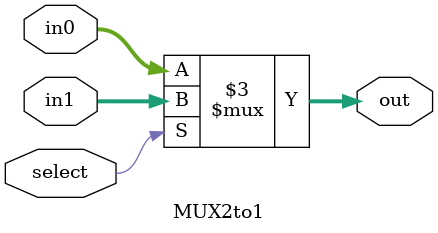
<source format=v>
module MUX2to1(
    input [31:0] in0,           // Input 0
    input [31:0] in1,           // Input 1
    input select,               // Select signal (1 or 0)
    output reg [31:0] out       // Output
);
    always @(*) begin
        if (select)
            out = in1;          // Select in1 if select is 1
        else
            out = in0;          // Select in0 if select is 0
    end
endmodule

</source>
